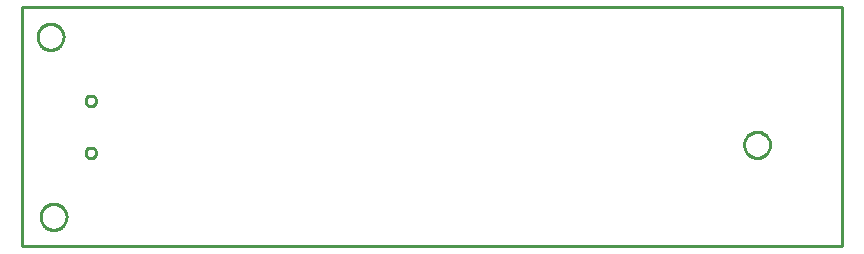
<source format=gbr>
G04 EAGLE Gerber RS-274X export*
G75*
%MOMM*%
%FSLAX34Y34*%
%LPD*%
%IN*%
%IPPOS*%
%AMOC8*
5,1,8,0,0,1.08239X$1,22.5*%
G01*
%ADD10C,0.254000*%


D10*
X1320Y1650D02*
X695810Y1650D01*
X695810Y204090D01*
X1320Y204090D01*
X1320Y1650D01*
X634570Y87198D02*
X634502Y86336D01*
X634367Y85482D01*
X634165Y84642D01*
X633898Y83820D01*
X633567Y83021D01*
X633175Y82251D01*
X632723Y81514D01*
X632215Y80815D01*
X631654Y80157D01*
X631043Y79546D01*
X630385Y78985D01*
X629686Y78477D01*
X628949Y78025D01*
X628179Y77633D01*
X627380Y77302D01*
X626558Y77035D01*
X625718Y76833D01*
X624864Y76698D01*
X624002Y76630D01*
X623138Y76630D01*
X622276Y76698D01*
X621422Y76833D01*
X620582Y77035D01*
X619760Y77302D01*
X618961Y77633D01*
X618191Y78025D01*
X617454Y78477D01*
X616755Y78985D01*
X616097Y79546D01*
X615486Y80157D01*
X614925Y80815D01*
X614417Y81514D01*
X613965Y82251D01*
X613573Y83021D01*
X613242Y83820D01*
X612975Y84642D01*
X612773Y85482D01*
X612638Y86336D01*
X612570Y87198D01*
X612570Y88062D01*
X612638Y88924D01*
X612773Y89778D01*
X612975Y90618D01*
X613242Y91440D01*
X613573Y92239D01*
X613965Y93009D01*
X614417Y93746D01*
X614925Y94445D01*
X615486Y95103D01*
X616097Y95714D01*
X616755Y96275D01*
X617454Y96783D01*
X618191Y97235D01*
X618961Y97627D01*
X619760Y97958D01*
X620582Y98225D01*
X621422Y98427D01*
X622276Y98562D01*
X623138Y98630D01*
X624002Y98630D01*
X624864Y98562D01*
X625718Y98427D01*
X626558Y98225D01*
X627380Y97958D01*
X628179Y97627D01*
X628949Y97235D01*
X629686Y96783D01*
X630385Y96275D01*
X631043Y95714D01*
X631654Y95103D01*
X632215Y94445D01*
X632723Y93746D01*
X633175Y93009D01*
X633567Y92239D01*
X633898Y91440D01*
X634165Y90618D01*
X634367Y89778D01*
X634502Y88924D01*
X634570Y88062D01*
X634570Y87198D01*
X36400Y178638D02*
X36332Y177776D01*
X36197Y176922D01*
X35995Y176082D01*
X35728Y175260D01*
X35397Y174461D01*
X35005Y173691D01*
X34553Y172954D01*
X34045Y172255D01*
X33484Y171597D01*
X32873Y170986D01*
X32215Y170425D01*
X31516Y169917D01*
X30779Y169465D01*
X30009Y169073D01*
X29210Y168742D01*
X28388Y168475D01*
X27548Y168273D01*
X26694Y168138D01*
X25832Y168070D01*
X24968Y168070D01*
X24106Y168138D01*
X23252Y168273D01*
X22412Y168475D01*
X21590Y168742D01*
X20791Y169073D01*
X20021Y169465D01*
X19284Y169917D01*
X18585Y170425D01*
X17927Y170986D01*
X17316Y171597D01*
X16755Y172255D01*
X16247Y172954D01*
X15795Y173691D01*
X15403Y174461D01*
X15072Y175260D01*
X14805Y176082D01*
X14603Y176922D01*
X14468Y177776D01*
X14400Y178638D01*
X14400Y179502D01*
X14468Y180364D01*
X14603Y181218D01*
X14805Y182058D01*
X15072Y182880D01*
X15403Y183679D01*
X15795Y184449D01*
X16247Y185186D01*
X16755Y185885D01*
X17316Y186543D01*
X17927Y187154D01*
X18585Y187715D01*
X19284Y188223D01*
X20021Y188675D01*
X20791Y189067D01*
X21590Y189398D01*
X22412Y189665D01*
X23252Y189867D01*
X24106Y190002D01*
X24968Y190070D01*
X25832Y190070D01*
X26694Y190002D01*
X27548Y189867D01*
X28388Y189665D01*
X29210Y189398D01*
X30009Y189067D01*
X30779Y188675D01*
X31516Y188223D01*
X32215Y187715D01*
X32873Y187154D01*
X33484Y186543D01*
X34045Y185885D01*
X34553Y185186D01*
X35005Y184449D01*
X35397Y183679D01*
X35728Y182880D01*
X35995Y182058D01*
X36197Y181218D01*
X36332Y180364D01*
X36400Y179502D01*
X36400Y178638D01*
X38940Y26238D02*
X38872Y25376D01*
X38737Y24522D01*
X38535Y23682D01*
X38268Y22860D01*
X37937Y22061D01*
X37545Y21291D01*
X37093Y20554D01*
X36585Y19855D01*
X36024Y19197D01*
X35413Y18586D01*
X34755Y18025D01*
X34056Y17517D01*
X33319Y17065D01*
X32549Y16673D01*
X31750Y16342D01*
X30928Y16075D01*
X30088Y15873D01*
X29234Y15738D01*
X28372Y15670D01*
X27508Y15670D01*
X26646Y15738D01*
X25792Y15873D01*
X24952Y16075D01*
X24130Y16342D01*
X23331Y16673D01*
X22561Y17065D01*
X21824Y17517D01*
X21125Y18025D01*
X20467Y18586D01*
X19856Y19197D01*
X19295Y19855D01*
X18787Y20554D01*
X18335Y21291D01*
X17943Y22061D01*
X17612Y22860D01*
X17345Y23682D01*
X17143Y24522D01*
X17008Y25376D01*
X16940Y26238D01*
X16940Y27102D01*
X17008Y27964D01*
X17143Y28818D01*
X17345Y29658D01*
X17612Y30480D01*
X17943Y31279D01*
X18335Y32049D01*
X18787Y32786D01*
X19295Y33485D01*
X19856Y34143D01*
X20467Y34754D01*
X21125Y35315D01*
X21824Y35823D01*
X22561Y36275D01*
X23331Y36667D01*
X24130Y36998D01*
X24952Y37265D01*
X25792Y37467D01*
X26646Y37602D01*
X27508Y37670D01*
X28372Y37670D01*
X29234Y37602D01*
X30088Y37467D01*
X30928Y37265D01*
X31750Y36998D01*
X32549Y36667D01*
X33319Y36275D01*
X34056Y35823D01*
X34755Y35315D01*
X35413Y34754D01*
X36024Y34143D01*
X36585Y33485D01*
X37093Y32786D01*
X37545Y32049D01*
X37937Y31279D01*
X38268Y30480D01*
X38535Y29658D01*
X38737Y28818D01*
X38872Y27964D01*
X38940Y27102D01*
X38940Y26238D01*
X59235Y120370D02*
X58650Y120447D01*
X58080Y120600D01*
X57535Y120825D01*
X57025Y121120D01*
X56557Y121479D01*
X56139Y121897D01*
X55780Y122365D01*
X55485Y122875D01*
X55260Y123420D01*
X55107Y123990D01*
X55030Y124575D01*
X55030Y125165D01*
X55107Y125750D01*
X55260Y126320D01*
X55485Y126865D01*
X55780Y127375D01*
X56139Y127843D01*
X56557Y128261D01*
X57025Y128620D01*
X57535Y128915D01*
X58080Y129140D01*
X58650Y129293D01*
X59235Y129370D01*
X59825Y129370D01*
X60410Y129293D01*
X60980Y129140D01*
X61525Y128915D01*
X62035Y128620D01*
X62503Y128261D01*
X62921Y127843D01*
X63280Y127375D01*
X63575Y126865D01*
X63800Y126320D01*
X63953Y125750D01*
X64030Y125165D01*
X64030Y124575D01*
X63953Y123990D01*
X63800Y123420D01*
X63575Y122875D01*
X63280Y122365D01*
X62921Y121897D01*
X62503Y121479D01*
X62035Y121120D01*
X61525Y120825D01*
X60980Y120600D01*
X60410Y120447D01*
X59825Y120370D01*
X59235Y120370D01*
X59235Y76370D02*
X58650Y76447D01*
X58080Y76600D01*
X57535Y76825D01*
X57025Y77120D01*
X56557Y77479D01*
X56139Y77897D01*
X55780Y78365D01*
X55485Y78875D01*
X55260Y79420D01*
X55107Y79990D01*
X55030Y80575D01*
X55030Y81165D01*
X55107Y81750D01*
X55260Y82320D01*
X55485Y82865D01*
X55780Y83375D01*
X56139Y83843D01*
X56557Y84261D01*
X57025Y84620D01*
X57535Y84915D01*
X58080Y85140D01*
X58650Y85293D01*
X59235Y85370D01*
X59825Y85370D01*
X60410Y85293D01*
X60980Y85140D01*
X61525Y84915D01*
X62035Y84620D01*
X62503Y84261D01*
X62921Y83843D01*
X63280Y83375D01*
X63575Y82865D01*
X63800Y82320D01*
X63953Y81750D01*
X64030Y81165D01*
X64030Y80575D01*
X63953Y79990D01*
X63800Y79420D01*
X63575Y78875D01*
X63280Y78365D01*
X62921Y77897D01*
X62503Y77479D01*
X62035Y77120D01*
X61525Y76825D01*
X60980Y76600D01*
X60410Y76447D01*
X59825Y76370D01*
X59235Y76370D01*
M02*

</source>
